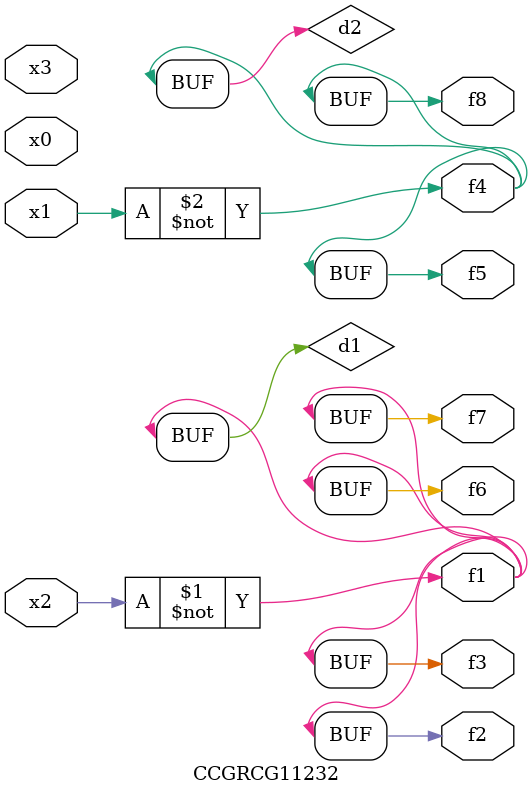
<source format=v>
module CCGRCG11232(
	input x0, x1, x2, x3,
	output f1, f2, f3, f4, f5, f6, f7, f8
);

	wire d1, d2;

	xnor (d1, x2);
	not (d2, x1);
	assign f1 = d1;
	assign f2 = d1;
	assign f3 = d1;
	assign f4 = d2;
	assign f5 = d2;
	assign f6 = d1;
	assign f7 = d1;
	assign f8 = d2;
endmodule

</source>
